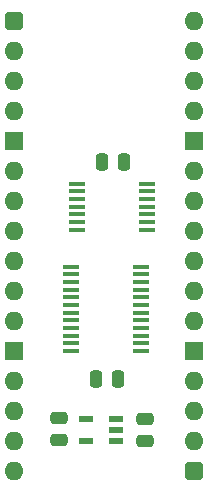
<source format=gts>
%TF.GenerationSoftware,KiCad,Pcbnew,9.0.5*%
%TF.CreationDate,2025-10-11T12:48:29+02:00*%
%TF.ProjectId,Graphics Main Data,47726170-6869-4637-9320-4d61696e2044,V0*%
%TF.SameCoordinates,Original*%
%TF.FileFunction,Soldermask,Top*%
%TF.FilePolarity,Negative*%
%FSLAX46Y46*%
G04 Gerber Fmt 4.6, Leading zero omitted, Abs format (unit mm)*
G04 Created by KiCad (PCBNEW 9.0.5) date 2025-10-11 12:48:29*
%MOMM*%
%LPD*%
G01*
G04 APERTURE LIST*
G04 Aperture macros list*
%AMRoundRect*
0 Rectangle with rounded corners*
0 $1 Rounding radius*
0 $2 $3 $4 $5 $6 $7 $8 $9 X,Y pos of 4 corners*
0 Add a 4 corners polygon primitive as box body*
4,1,4,$2,$3,$4,$5,$6,$7,$8,$9,$2,$3,0*
0 Add four circle primitives for the rounded corners*
1,1,$1+$1,$2,$3*
1,1,$1+$1,$4,$5*
1,1,$1+$1,$6,$7*
1,1,$1+$1,$8,$9*
0 Add four rect primitives between the rounded corners*
20,1,$1+$1,$2,$3,$4,$5,0*
20,1,$1+$1,$4,$5,$6,$7,0*
20,1,$1+$1,$6,$7,$8,$9,0*
20,1,$1+$1,$8,$9,$2,$3,0*%
G04 Aperture macros list end*
%ADD10R,1.475000X0.450000*%
%ADD11RoundRect,0.250000X0.475000X-0.250000X0.475000X0.250000X-0.475000X0.250000X-0.475000X-0.250000X0*%
%ADD12RoundRect,0.400000X-0.400000X-0.400000X0.400000X-0.400000X0.400000X0.400000X-0.400000X0.400000X0*%
%ADD13O,1.600000X1.600000*%
%ADD14R,1.600000X1.600000*%
%ADD15RoundRect,0.250000X0.250000X0.475000X-0.250000X0.475000X-0.250000X-0.475000X0.250000X-0.475000X0*%
%ADD16RoundRect,0.250000X-0.475000X0.250000X-0.475000X-0.250000X0.475000X-0.250000X0.475000X0.250000X0*%
%ADD17R,1.150000X0.600000*%
G04 APERTURE END LIST*
D10*
%TO.C,IC4*%
X5317000Y-13798000D03*
X5317000Y-14448000D03*
X5317000Y-15098000D03*
X5317000Y-15748000D03*
X5317000Y-16398000D03*
X5317000Y-17048000D03*
X5317000Y-17698000D03*
X11193000Y-17698000D03*
X11193000Y-17048000D03*
X11193000Y-16398000D03*
X11193000Y-15748000D03*
X11193000Y-15098000D03*
X11193000Y-14448000D03*
X11193000Y-13798000D03*
%TD*%
D11*
%TO.C,C8*%
X11049000Y-35605000D03*
X11049000Y-33705000D03*
%TD*%
D12*
%TO.C,J5*%
X0Y0D03*
D13*
X0Y-2540000D03*
X0Y-5080000D03*
X0Y-7620000D03*
D14*
X0Y-10160000D03*
D13*
X0Y-12700000D03*
X0Y-15240000D03*
X0Y-17780000D03*
X0Y-20320000D03*
X0Y-22860000D03*
X0Y-25400000D03*
D14*
X0Y-27940000D03*
D13*
X0Y-30480000D03*
X0Y-33020000D03*
X0Y-35560000D03*
X0Y-38100000D03*
D12*
X15240000Y-38100000D03*
D13*
X15240000Y-35560000D03*
X15240000Y-33020000D03*
X15240000Y-30480000D03*
D14*
X15240000Y-27940000D03*
D13*
X15240000Y-25400000D03*
X15240000Y-22860000D03*
X15240000Y-20320000D03*
X15240000Y-17780000D03*
X15240000Y-15240000D03*
X15240000Y-12700000D03*
D14*
X15240000Y-10160000D03*
D13*
X15240000Y-7620000D03*
X15240000Y-5080000D03*
X15240000Y-2540000D03*
X15240000Y0D03*
%TD*%
D10*
%TO.C,IC3*%
X4809000Y-20809000D03*
X4809000Y-21459000D03*
X4809000Y-22109000D03*
X4809000Y-22759000D03*
X4809000Y-23409000D03*
X4809000Y-24059000D03*
X4809000Y-24709000D03*
X4809000Y-25359000D03*
X4809000Y-26009000D03*
X4809000Y-26659000D03*
X4809000Y-27309000D03*
X4809000Y-27959000D03*
X10685000Y-27959000D03*
X10685000Y-27309000D03*
X10685000Y-26659000D03*
X10685000Y-26009000D03*
X10685000Y-25359000D03*
X10685000Y-24709000D03*
X10685000Y-24059000D03*
X10685000Y-23409000D03*
X10685000Y-22759000D03*
X10685000Y-22109000D03*
X10685000Y-21459000D03*
X10685000Y-20809000D03*
%TD*%
D15*
%TO.C,C3*%
X8808000Y-30353000D03*
X6908000Y-30353000D03*
%TD*%
D16*
%TO.C,C9*%
X3784600Y-33595000D03*
X3784600Y-35495000D03*
%TD*%
D17*
%TO.C,IC5*%
X8640600Y-35606000D03*
X8640600Y-34656000D03*
X8640600Y-33706000D03*
X6040600Y-33706000D03*
X6040600Y-35606000D03*
%TD*%
D15*
%TO.C,C1*%
X9316000Y-11938000D03*
X7416000Y-11938000D03*
%TD*%
M02*

</source>
